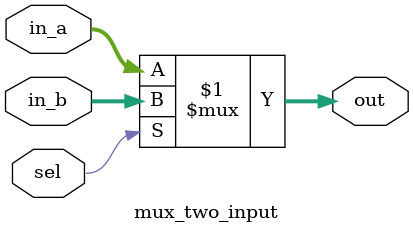
<source format=v>
module mux_two_input(
  input wire [31:0] in_a,
  input wire [31:0] in_b,
  input wire sel,
  output wire [31:0] out
);

// select of  makes out become a, 1 sets it to b
assign out = (sel) ? in_b : in_a;

endmodule

</source>
